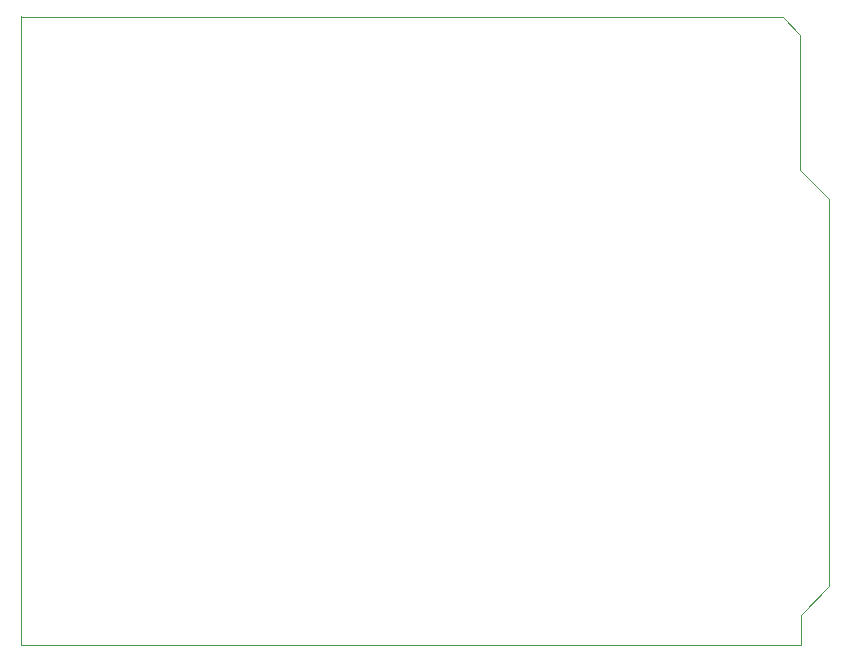
<source format=gbr>
G04 (created by PCBNEW (2013-07-07 BZR 4022)-stable) date 8/20/2014 2:47:30 AM*
%MOIN*%
G04 Gerber Fmt 3.4, Leading zero omitted, Abs format*
%FSLAX34Y34*%
G01*
G70*
G90*
G04 APERTURE LIST*
%ADD10C,0.00590551*%
%ADD11C,0.00393701*%
G04 APERTURE END LIST*
G54D10*
G54D11*
X84862Y-25629D02*
X59448Y-25629D01*
X85433Y-26200D02*
X84862Y-25629D01*
X85433Y-30708D02*
X85433Y-26200D01*
X86397Y-31673D02*
X85433Y-30708D01*
X86397Y-44586D02*
X86397Y-31673D01*
X85452Y-45531D02*
X86397Y-44586D01*
X85452Y-46535D02*
X85452Y-45531D01*
X59448Y-46535D02*
X85452Y-46535D01*
X59448Y-25570D02*
X59448Y-46535D01*
M02*

</source>
